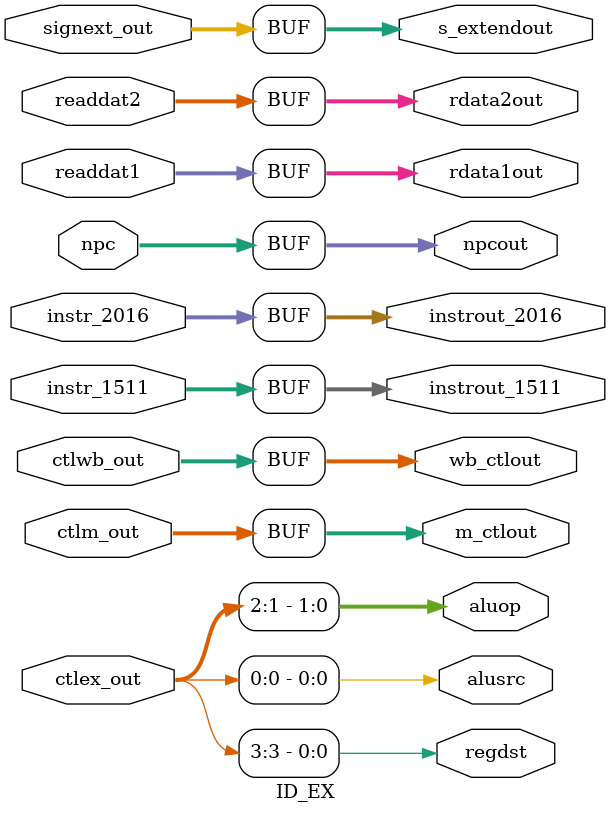
<source format=v>
`timescale 1ns / 1ps
module ID_EX(
	input wire [1:0] 	ctlwb_out, 
	input wire [2:0] 	ctlm_out, 
	input wire [3:0] 	ctlex_out, 
	input wire [31:0] 	npc, readdat1, readdat2, signext_out, 
	input wire [4:0] 	instr_2016, instr_1511, 
	output reg [1:0] 	wb_ctlout, 
	output reg [2:0] 	m_ctlout, 
	output reg 			regdst, alusrc, 
	output reg [1:0] 	aluop, 
	output reg [31:0] 	npcout, rdata1out, rdata2out, s_extendout, 
	output reg [4:0] 	instrout_2016, instrout_1511 
	); 
	
	initial begin      
		wb_ctlout <= 0; 
		m_ctlout <= 0; 
		regdst <= 0;  
		aluop <= 0;  
		alusrc <= 0; 
		npcout <= 0;  
		rdata1out <= 0;    
		rdata2out <= 0;  
		s_extendout <= 0; 
		instrout_2016 <= 0; 
		instrout_1511 <= 0;
	end 
	
	always @ * begin     
		#1  
		wb_ctlout <= ctlwb_out; 
		m_ctlout <= ctlm_out; 
		regdst <= ctlex_out[3]; 
		aluop <= ctlex_out[2:1]; 
		alusrc <= ctlex_out[0];
		npcout <= npc; 
		rdata1out <= readdat1;
		rdata2out <= readdat2; 
		s_extendout <= signext_out; 
		instrout_2016 <= instr_2016; 
		instrout_1511 <= instr_1511;
	end 
endmodule

</source>
